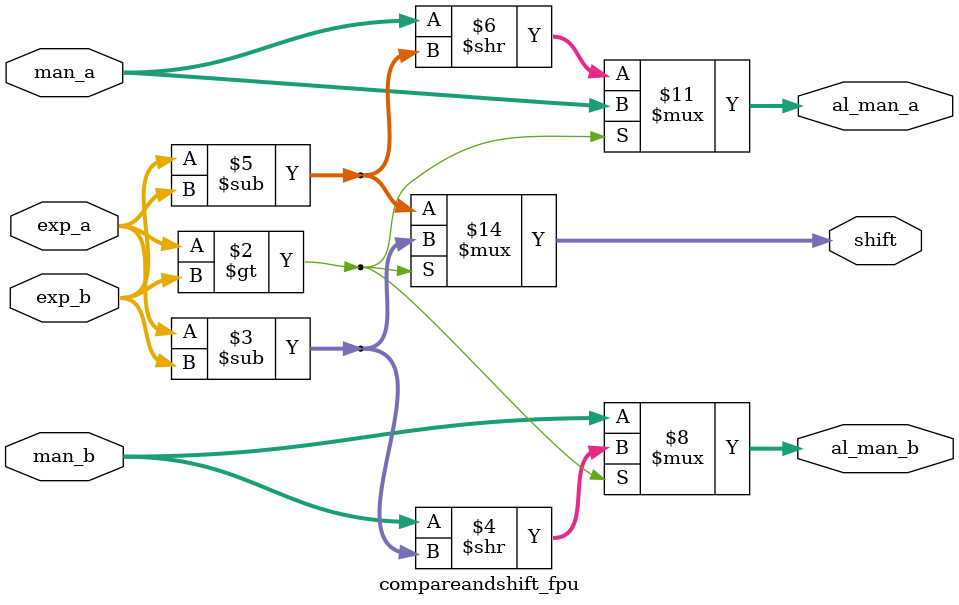
<source format=v>
`timescale 1ns / 1ps

module compareandshift_fpu (
    input [4:0] exp_a,
    input [4:0] exp_b,
    input [10:0] man_a,
    input [10:0] man_b,

    output reg [10:0] al_man_a,
    output reg [10:0] al_man_b,
    output reg [4:0] shift
);

    always @(*) begin
        if (exp_a > exp_b) begin
            shift = exp_a - exp_b;
            al_man_a = man_a;
            al_man_b = man_b >> shift;
        end else begin
            shift = exp_b - exp_a;
            al_man_a = man_a >> shift;
            al_man_b = man_b;
        end
    end

endmodule
</source>
